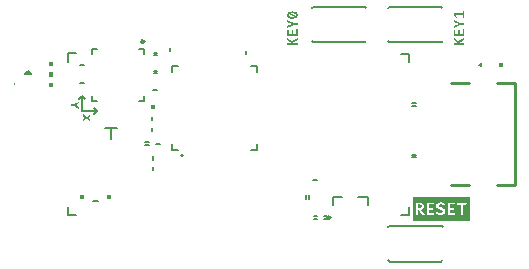
<source format=gto>
G04*
G04 #@! TF.GenerationSoftware,Altium Limited,Altium Designer,21.6.4 (81)*
G04*
G04 Layer_Color=65535*
%FSLAX44Y44*%
%MOMM*%
G71*
G04*
G04 #@! TF.SameCoordinates,711A6483-5E67-4E50-9913-089A3A40D486*
G04*
G04*
G04 #@! TF.FilePolarity,Positive*
G04*
G01*
G75*
%ADD10C,0.1500*%
%ADD11C,0.2500*%
%ADD12C,0.1524*%
%ADD13C,0.1270*%
%ADD14C,0.2000*%
%ADD15C,0.2540*%
G36*
X38812Y110714D02*
X36237Y109182D01*
X38812Y107688D01*
Y106175D01*
X35034Y108553D01*
X32308D01*
Y109868D01*
X35043D01*
X38812Y112246D01*
Y110714D01*
D02*
G37*
G36*
X220070Y188508D02*
X220253Y188494D01*
X220450Y188480D01*
X220690Y188451D01*
X220944Y188423D01*
X221493Y188339D01*
X222057Y188198D01*
X222325Y188113D01*
X222593Y188000D01*
X222847Y187888D01*
X223086Y187747D01*
X223100Y187733D01*
X223143Y187704D01*
X223199Y187662D01*
X223270Y187606D01*
X223368Y187521D01*
X223467Y187422D01*
X223580Y187310D01*
X223678Y187169D01*
X223791Y187013D01*
X223904Y186844D01*
X224002Y186661D01*
X224101Y186450D01*
X224172Y186238D01*
X224228Y185999D01*
X224270Y185731D01*
X224284Y185463D01*
Y185392D01*
X224270Y185322D01*
Y185223D01*
X224242Y185096D01*
X224214Y184955D01*
X224186Y184786D01*
X224129Y184617D01*
X224073Y184434D01*
X223988Y184251D01*
X223890Y184067D01*
X223777Y183870D01*
X223636Y183687D01*
X223481Y183517D01*
X223298Y183348D01*
X223086Y183193D01*
X223072Y183179D01*
X223030Y183165D01*
X222959Y183123D01*
X222861Y183066D01*
X222748Y183010D01*
X222593Y182954D01*
X222410Y182883D01*
X222212Y182813D01*
X221987Y182728D01*
X221733Y182658D01*
X221451Y182601D01*
X221155Y182545D01*
X220831Y182488D01*
X220478Y182446D01*
X220098Y182432D01*
X219703Y182418D01*
X219675D01*
X219604D01*
X219492D01*
X219336Y182432D01*
X219153Y182446D01*
X218942Y182460D01*
X218716Y182488D01*
X218462Y182517D01*
X217927Y182601D01*
X217363Y182742D01*
X217081Y182841D01*
X216813Y182939D01*
X216559Y183052D01*
X216334Y183193D01*
X216320Y183207D01*
X216277Y183235D01*
X216221Y183278D01*
X216150Y183334D01*
X216052Y183419D01*
X215953Y183517D01*
X215840Y183630D01*
X215728Y183771D01*
X215629Y183926D01*
X215516Y184095D01*
X215417Y184279D01*
X215319Y184476D01*
X215248Y184702D01*
X215192Y184941D01*
X215150Y185195D01*
X215135Y185463D01*
Y185533D01*
X215150Y185604D01*
Y185717D01*
X215178Y185844D01*
X215192Y185984D01*
X215234Y186140D01*
X215291Y186309D01*
X215347Y186492D01*
X215431Y186689D01*
X215530Y186873D01*
X215643Y187070D01*
X215784Y187253D01*
X215939Y187422D01*
X216122Y187591D01*
X216334Y187747D01*
X216348Y187761D01*
X216390Y187775D01*
X216461Y187817D01*
X216559Y187873D01*
X216672Y187930D01*
X216827Y187986D01*
X216996Y188057D01*
X217194Y188141D01*
X217419Y188212D01*
X217673Y188282D01*
X217955Y188339D01*
X218251Y188395D01*
X218575Y188451D01*
X218928Y188494D01*
X219308Y188508D01*
X219703Y188522D01*
X219731D01*
X219802D01*
X219914D01*
X220070Y188508D01*
D02*
G37*
G36*
X220760Y178696D02*
X224129D01*
Y176991D01*
X220774D01*
X215305Y174115D01*
Y175919D01*
X219365Y177865D01*
X215305Y179838D01*
Y181572D01*
X220760Y178696D01*
D02*
G37*
G36*
X224129Y167757D02*
X215305D01*
Y173184D01*
X216644Y173001D01*
Y169463D01*
X218998D01*
Y172564D01*
X220309D01*
Y169463D01*
X222804D01*
Y173255D01*
X224129D01*
Y167757D01*
D02*
G37*
G36*
Y164458D02*
X219718Y161526D01*
X224129D01*
Y159820D01*
X215305D01*
Y161526D01*
X219153D01*
X215305Y164360D01*
Y166150D01*
X219336Y163147D01*
X224129Y166390D01*
Y164458D01*
D02*
G37*
G36*
X369648Y11328D02*
X321642D01*
Y31648D01*
X369648D01*
Y11328D01*
D02*
G37*
G36*
X45500Y99428D02*
X48620Y101467D01*
Y99935D01*
X46675Y98648D01*
X48620Y97360D01*
Y95828D01*
X45500Y97868D01*
X42117Y95631D01*
Y97210D01*
X44316Y98648D01*
X42117Y100095D01*
Y101674D01*
X45500Y99428D01*
D02*
G37*
G36*
X365092Y183045D02*
X363767D01*
Y185146D01*
X357945D01*
X359101Y183327D01*
X357973Y182651D01*
X356268Y185371D01*
Y186781D01*
X363767D01*
Y188487D01*
X365092D01*
Y183045D01*
D02*
G37*
G36*
X361723Y178732D02*
X365092D01*
Y177026D01*
X361737D01*
X356268Y174150D01*
Y175954D01*
X360328Y177900D01*
X356268Y179873D01*
Y181607D01*
X361723Y178732D01*
D02*
G37*
G36*
X365092Y167792D02*
X356268D01*
Y173220D01*
X357607Y173036D01*
Y169498D01*
X359961D01*
Y172599D01*
X361272D01*
Y169498D01*
X363767D01*
Y173290D01*
X365092D01*
Y167792D01*
D02*
G37*
G36*
Y164494D02*
X360681Y161561D01*
X365092D01*
Y159856D01*
X356268D01*
Y161561D01*
X360116D01*
X356268Y164395D01*
Y166185D01*
X360299Y163183D01*
X365092Y166425D01*
Y164494D01*
D02*
G37*
%LPC*%
G36*
X220027Y186873D02*
X219703D01*
X219689D01*
X219647D01*
X219590D01*
X219506D01*
X219407D01*
X219308D01*
X219040D01*
X218758Y186859D01*
X218477Y186844D01*
X218195Y186830D01*
X217955Y186816D01*
X222691Y184617D01*
X222706Y184631D01*
X222734Y184673D01*
X222790Y184730D01*
X222847Y184828D01*
X222903Y184941D01*
X222959Y185082D01*
X222987Y185266D01*
X223002Y185463D01*
Y185491D01*
X222987Y185576D01*
X222959Y185702D01*
X222903Y185858D01*
X222818Y186027D01*
X222677Y186196D01*
X222593Y186280D01*
X222494Y186365D01*
X222367Y186436D01*
X222240Y186506D01*
X222226D01*
X222198Y186520D01*
X222156Y186534D01*
X222099Y186562D01*
X222015Y186591D01*
X221902Y186619D01*
X221775Y186661D01*
X221634Y186689D01*
X221479Y186717D01*
X221282Y186760D01*
X221084Y186788D01*
X220845Y186816D01*
X220591Y186844D01*
X220323Y186859D01*
X220027Y186873D01*
D02*
G37*
G36*
X216827Y186393D02*
X216813Y186379D01*
X216771Y186337D01*
X216700Y186266D01*
X216630Y186168D01*
X216573Y186041D01*
X216503Y185886D01*
X216461Y185688D01*
X216446Y185463D01*
Y185435D01*
X216461Y185350D01*
X216489Y185223D01*
X216545Y185082D01*
X216630Y184913D01*
X216771Y184744D01*
X216855Y184659D01*
X216954Y184575D01*
X217067Y184490D01*
X217208Y184420D01*
X217222D01*
X217236Y184406D01*
X217292Y184391D01*
X217349Y184363D01*
X217433Y184335D01*
X217532Y184307D01*
X217659Y184265D01*
X217800Y184236D01*
X217955Y184208D01*
X218138Y184166D01*
X218350Y184138D01*
X218575Y184110D01*
X218829Y184081D01*
X219097Y184067D01*
X219393Y184053D01*
X219703D01*
X219717D01*
X219759D01*
X219830D01*
X219914D01*
X220027D01*
X220154D01*
X220436Y184067D01*
X220760D01*
X221084Y184095D01*
X221381Y184110D01*
X221521Y184124D01*
X221648Y184138D01*
X216827Y186393D01*
D02*
G37*
G36*
X219718Y161526D02*
X219153D01*
X219421Y161329D01*
X219718Y161526D01*
D02*
G37*
G36*
X345365Y26829D02*
X345266D01*
X344888Y26813D01*
X344542Y26780D01*
X344230Y26714D01*
X343966Y26648D01*
X343736Y26582D01*
X343571Y26517D01*
X343505Y26500D01*
X343456Y26484D01*
X343439Y26467D01*
X343423D01*
X343143Y26319D01*
X342880Y26171D01*
X342666Y26006D01*
X342485Y25842D01*
X342337Y25694D01*
X342221Y25578D01*
X342156Y25496D01*
X342139Y25463D01*
X341991Y25216D01*
X341876Y24969D01*
X341794Y24706D01*
X341744Y24476D01*
X341711Y24278D01*
X341678Y24130D01*
Y24064D01*
Y24015D01*
Y23998D01*
Y23982D01*
X341695Y23768D01*
X341711Y23554D01*
X341810Y23192D01*
X341942Y22863D01*
X342090Y22583D01*
X342238Y22369D01*
X342370Y22204D01*
X342468Y22106D01*
X342485Y22089D01*
X342501Y22073D01*
X342666Y21941D01*
X342847Y21826D01*
X343242Y21579D01*
X343653Y21381D01*
X344065Y21200D01*
X344263Y21118D01*
X344444Y21052D01*
X344608Y21003D01*
X344740Y20953D01*
X344855Y20904D01*
X344954Y20871D01*
X345003Y20855D01*
X345020D01*
X345299Y20772D01*
X345546Y20690D01*
X345760Y20608D01*
X345925Y20542D01*
X346073Y20476D01*
X346155Y20427D01*
X346221Y20410D01*
X346238Y20394D01*
X346386Y20312D01*
X346501Y20213D01*
X346600Y20130D01*
X346665Y20048D01*
X346731Y19982D01*
X346764Y19933D01*
X346797Y19900D01*
Y19884D01*
X346896Y19670D01*
X346945Y19456D01*
X346962Y19357D01*
Y19275D01*
Y19225D01*
Y19209D01*
X346945Y18962D01*
X346880Y18731D01*
X346797Y18550D01*
X346698Y18386D01*
X346583Y18271D01*
X346501Y18172D01*
X346435Y18122D01*
X346419Y18106D01*
X346205Y17974D01*
X345974Y17892D01*
X345744Y17826D01*
X345530Y17777D01*
X345332Y17744D01*
X345184Y17727D01*
X345036D01*
X344740Y17744D01*
X344476Y17777D01*
X344197Y17826D01*
X343950Y17892D01*
X343472Y18073D01*
X343258Y18155D01*
X343061Y18271D01*
X342896Y18369D01*
X342732Y18452D01*
X342600Y18550D01*
X342485Y18633D01*
X342386Y18699D01*
X342320Y18748D01*
X342287Y18781D01*
X342271Y18797D01*
X341201Y17596D01*
X341481Y17349D01*
X341777Y17118D01*
X342090Y16921D01*
X342419Y16756D01*
X342732Y16625D01*
X343045Y16509D01*
X343357Y16411D01*
X343670Y16328D01*
X343950Y16263D01*
X344213Y16230D01*
X344444Y16197D01*
X344641Y16164D01*
X344806D01*
X344937Y16147D01*
X341201D01*
Y26829D01*
D01*
Y16147D01*
X349019D01*
X345036D01*
X345480Y16164D01*
X345876Y16213D01*
X346238Y16263D01*
X346550Y16345D01*
X346814Y16411D01*
X346912Y16444D01*
X346995Y16460D01*
X347061Y16493D01*
X347126Y16509D01*
X347143Y16526D01*
X347159D01*
X347472Y16690D01*
X347752Y16872D01*
X347999Y17053D01*
X348196Y17234D01*
X348344Y17382D01*
X348460Y17513D01*
X348525Y17596D01*
X348542Y17629D01*
X348706Y17908D01*
X348822Y18205D01*
X348904Y18484D01*
X348953Y18748D01*
X349003Y18962D01*
X349019Y19143D01*
Y19308D01*
X349003Y19554D01*
X348986Y19785D01*
X348887Y20196D01*
X348772Y20558D01*
X348624Y20838D01*
X348476Y21069D01*
X348344Y21233D01*
X348246Y21332D01*
X348229Y21365D01*
X348213D01*
X347883Y21628D01*
X347521Y21859D01*
X347143Y22056D01*
X346781Y22221D01*
X346451Y22352D01*
X346303Y22402D01*
X346188Y22451D01*
X346089Y22484D01*
X346007Y22517D01*
X345958Y22534D01*
X345941D01*
X345629Y22632D01*
X345349Y22731D01*
X345102Y22813D01*
X344904Y22879D01*
X344756Y22945D01*
X344641Y22994D01*
X344575Y23011D01*
X344559Y23027D01*
X344394Y23110D01*
X344246Y23192D01*
X344131Y23274D01*
X344049Y23340D01*
X343966Y23406D01*
X343917Y23439D01*
X343900Y23472D01*
X343884Y23488D01*
X343818Y23587D01*
X343785Y23686D01*
X343719Y23883D01*
Y23965D01*
X343703Y24031D01*
Y24064D01*
Y24081D01*
X343719Y24278D01*
X343769Y24443D01*
X343851Y24591D01*
X343933Y24706D01*
X343999Y24805D01*
X344081Y24871D01*
X344131Y24904D01*
X344147Y24920D01*
X344328Y25019D01*
X344526Y25101D01*
X344740Y25150D01*
X344937Y25200D01*
X345102Y25216D01*
X345233Y25233D01*
X345365D01*
X345612Y25216D01*
X345843Y25200D01*
X346287Y25101D01*
X346682Y24953D01*
X347044Y24788D01*
X347192Y24706D01*
X347340Y24624D01*
X347455Y24558D01*
X347554Y24476D01*
X347637Y24426D01*
X347702Y24377D01*
X347735Y24360D01*
X347752Y24344D01*
X348772Y25496D01*
X348493Y25727D01*
X348213Y25940D01*
X347916Y26122D01*
X347620Y26270D01*
X347340Y26401D01*
X347044Y26500D01*
X346764Y26599D01*
X346484Y26665D01*
X346238Y26714D01*
X346007Y26764D01*
X345793Y26796D01*
X345612Y26813D01*
X345464D01*
X345365Y26829D01*
D02*
G37*
G36*
X367108Y26632D02*
X359043D01*
Y16328D01*
D01*
Y24986D01*
X362055D01*
Y16328D01*
X359043D01*
X367108D01*
X364046D01*
Y24986D01*
X366910D01*
X367108Y26632D01*
D01*
D02*
G37*
G36*
X357627D02*
X351291D01*
Y16328D01*
X357710D01*
Y17875D01*
X353282D01*
Y20789D01*
X356903D01*
Y22320D01*
X353282D01*
Y25068D01*
X357413D01*
X357627Y26632D01*
D02*
G37*
G36*
X339818D02*
X333482D01*
Y16328D01*
X339901D01*
Y17875D01*
X335473D01*
Y20789D01*
X339094D01*
Y22320D01*
X335473D01*
Y25068D01*
X339604D01*
X339818Y26632D01*
D02*
G37*
G36*
X327293D02*
X324182D01*
Y16328D01*
X331737D01*
D01*
X328890Y20739D01*
X329235Y20871D01*
X329548Y21019D01*
X329828Y21184D01*
X330075Y21348D01*
X330256Y21497D01*
X330404Y21628D01*
X330486Y21711D01*
X330519Y21743D01*
X330733Y22040D01*
X330898Y22352D01*
X331013Y22649D01*
X331095Y22945D01*
X331144Y23192D01*
X331161Y23307D01*
Y23406D01*
X331177Y23488D01*
Y23537D01*
Y23570D01*
Y23587D01*
X331161Y23867D01*
X331128Y24130D01*
X331079Y24360D01*
X330996Y24591D01*
X330914Y24805D01*
X330799Y25002D01*
X330536Y25348D01*
X330239Y25644D01*
X329894Y25891D01*
X329532Y26089D01*
X329153Y26253D01*
X328758Y26385D01*
X328396Y26467D01*
X328050Y26533D01*
X327754Y26582D01*
X327491Y26615D01*
X327375D01*
X327293Y26632D01*
D02*
G37*
%LPD*%
G36*
X327556Y25085D02*
X327869Y25052D01*
X328116Y24986D01*
X328313Y24920D01*
X328462Y24854D01*
X328577Y24788D01*
X328643Y24755D01*
X328659Y24739D01*
X328807Y24591D01*
X328923Y24410D01*
X329005Y24229D01*
X329071Y24031D01*
X329104Y23867D01*
X329120Y23719D01*
Y23620D01*
Y23603D01*
Y23587D01*
X329104Y23291D01*
X329054Y23027D01*
X328972Y22813D01*
X328890Y22649D01*
X328791Y22501D01*
X328725Y22418D01*
X328659Y22352D01*
X328643Y22336D01*
X328445Y22204D01*
X328231Y22122D01*
X328001Y22056D01*
X327787Y22007D01*
X327573Y21974D01*
X327408Y21957D01*
X326157D01*
Y25101D01*
X327211D01*
X327556Y25085D01*
D02*
G37*
G36*
X329548Y16328D02*
X326157D01*
Y20443D01*
X327013D01*
X329548Y16328D01*
D02*
G37*
%LPC*%
G36*
X360681Y161561D02*
X360116D01*
X360384Y161364D01*
X360681Y161561D01*
D02*
G37*
%LPD*%
D10*
X126920Y66282D02*
G03*
X126920Y66282I-749J0D01*
G01*
D11*
X251880Y13970D02*
G03*
X251880Y13970I-1250J0D01*
G01*
X94140Y163120D02*
G03*
X94140Y163120I-1250J0D01*
G01*
D12*
X-15545Y127254D02*
G03*
X-15545Y127254I-457J0D01*
G01*
X117910Y142442D02*
X122867D01*
X117910Y137485D02*
Y142442D01*
X184477D02*
X189434D01*
Y137485D02*
Y142442D01*
X117910Y70918D02*
X122867D01*
X117910D02*
Y75875D01*
X184477Y70918D02*
X189434D01*
Y75875D01*
X52070Y101600D02*
X54610Y104140D01*
X41910Y116840D02*
X44450Y114300D01*
X41910Y104140D02*
Y116840D01*
X39370Y114300D02*
X41910Y116840D01*
Y104140D02*
X54610D01*
X52070Y106680D02*
X54610Y104140D01*
X318320Y145937D02*
Y152795D01*
Y16067D02*
Y22925D01*
X29734Y146056D02*
Y152914D01*
X36592D01*
X311462Y152795D02*
X318320D01*
X311620Y16067D02*
X318478D01*
X29358Y15861D02*
X36216D01*
X29734D02*
Y22719D01*
X300990Y-22352D02*
X302006Y-23368D01*
X345694D01*
X300736Y5588D02*
X301752Y6604D01*
X345948D01*
X346964Y5588D01*
X345690Y-23368D02*
X346710Y-22352D01*
X236220Y191262D02*
X237240Y192278D01*
X235966Y163322D02*
X236982Y162306D01*
X281178D01*
X282194Y163322D01*
X237236Y192278D02*
X280924D01*
X281940Y191262D01*
X300990D02*
X302010Y192278D01*
X300736Y163322D02*
X301752Y162306D01*
X345948D01*
X346964Y163322D01*
X302006Y192278D02*
X345694D01*
X346710Y191262D01*
X-3810Y138430D02*
X-1270Y135890D01*
X-6350D02*
X-1270D01*
X-6350D02*
X-3810Y138430D01*
D13*
X377330Y143541D02*
X378766Y143554D01*
X379063Y144768D02*
X379086Y142270D01*
X395289Y144884D02*
X395289Y142111D01*
X397165D02*
X397165Y144884D01*
X237670Y13045D02*
X240444Y13045D01*
X237670Y14921D02*
X240444Y14921D01*
X180340Y152146D02*
Y155194D01*
X233361Y33378D02*
X233361Y30122D01*
X231485D02*
X231485Y33378D01*
X102120Y153266D02*
X104893Y153266D01*
X102120Y151390D02*
X104893Y151390D01*
X102144Y136124D02*
X104918Y136124D01*
X102144Y138000D02*
X104918Y138000D01*
X40151Y127665D02*
X43199D01*
X40151Y142905D02*
X43199D01*
X101995Y121835D02*
X105043D01*
X321206Y65089D02*
X323979Y65089D01*
X321206Y66965D02*
X323979Y66965D01*
X101519Y62863D02*
Y65911D01*
X65281Y33149D02*
X65281Y30376D01*
X63405Y30376D02*
X63405Y33149D01*
X40519Y33124D02*
X40519Y30351D01*
X42395D02*
X42395Y33124D01*
X50899Y27751D02*
X54899D01*
X237239Y46180D02*
X240287D01*
X100649Y109324D02*
X100649Y106551D01*
X102525D02*
X102525Y109324D01*
X95199Y75788D02*
X97972Y75788D01*
X95199Y77664D02*
X97972Y77664D01*
X116259Y154685D02*
Y157733D01*
X101735Y54165D02*
Y57213D01*
X100441Y96432D02*
Y99480D01*
X100489Y86918D02*
Y89966D01*
X104165Y76607D02*
X107213D01*
X246251Y14921D02*
X249024Y14921D01*
X246251Y13045D02*
X249024Y13045D01*
X321181Y110591D02*
X323954Y110591D01*
X321181Y108715D02*
X323954Y108715D01*
X16377Y145765D02*
X16377Y142992D01*
X14501Y142992D02*
X14501Y145765D01*
X16377Y136875D02*
X16377Y134102D01*
X14501Y134102D02*
X14501Y136875D01*
X16377Y127985D02*
X16377Y125212D01*
X14501Y125212D02*
X14501Y127985D01*
D14*
X253630Y24470D02*
Y31470D01*
X261630D01*
X283630Y24470D02*
Y31470D01*
X275630D02*
X283630D01*
X50390Y152370D02*
Y156620D01*
X54640D01*
X50390Y112620D02*
Y116870D01*
Y112620D02*
X54640D01*
X90140D02*
X94390D01*
Y116870D01*
Y152370D02*
Y156620D01*
X90140D02*
X94390D01*
X66013Y80120D02*
Y89660D01*
X60933Y90178D02*
X71093D01*
D15*
X353567Y127635D02*
X368807D01*
X392937Y41275D02*
X408177D01*
Y127635D01*
X392937D02*
X408177D01*
X353567Y41275D02*
X368807D01*
M02*

</source>
